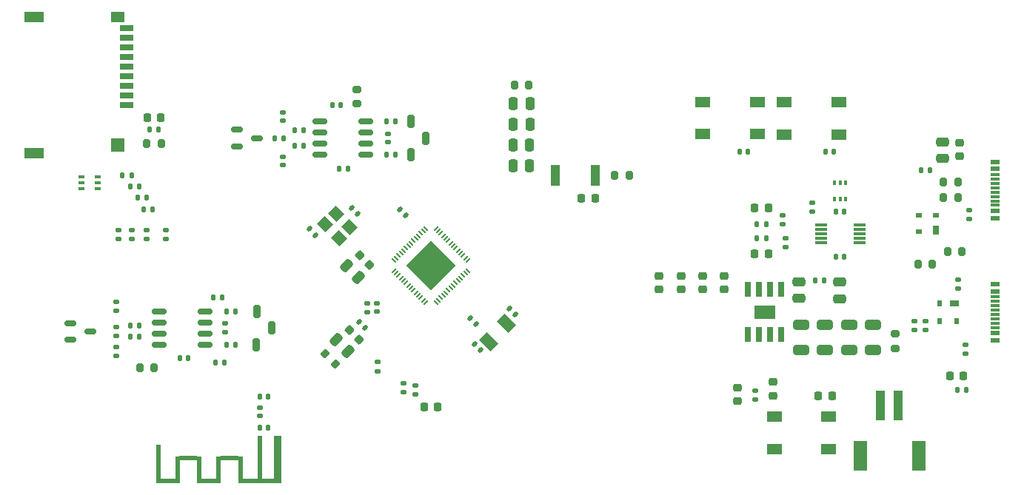
<source format=gbr>
%TF.GenerationSoftware,KiCad,Pcbnew,7.0.8*%
%TF.CreationDate,2024-02-15T12:40:34+05:30*%
%TF.ProjectId,ESP32-S3_DB,45535033-322d-4533-935f-44422e6b6963,rev?*%
%TF.SameCoordinates,Original*%
%TF.FileFunction,Paste,Top*%
%TF.FilePolarity,Positive*%
%FSLAX46Y46*%
G04 Gerber Fmt 4.6, Leading zero omitted, Abs format (unit mm)*
G04 Created by KiCad (PCBNEW 7.0.8) date 2024-02-15 12:40:34*
%MOMM*%
%LPD*%
G01*
G04 APERTURE LIST*
G04 Aperture macros list*
%AMRoundRect*
0 Rectangle with rounded corners*
0 $1 Rounding radius*
0 $2 $3 $4 $5 $6 $7 $8 $9 X,Y pos of 4 corners*
0 Add a 4 corners polygon primitive as box body*
4,1,4,$2,$3,$4,$5,$6,$7,$8,$9,$2,$3,0*
0 Add four circle primitives for the rounded corners*
1,1,$1+$1,$2,$3*
1,1,$1+$1,$4,$5*
1,1,$1+$1,$6,$7*
1,1,$1+$1,$8,$9*
0 Add four rect primitives between the rounded corners*
20,1,$1+$1,$2,$3,$4,$5,0*
20,1,$1+$1,$4,$5,$6,$7,0*
20,1,$1+$1,$6,$7,$8,$9,0*
20,1,$1+$1,$8,$9,$2,$3,0*%
%AMRotRect*
0 Rectangle, with rotation*
0 The origin of the aperture is its center*
0 $1 length*
0 $2 width*
0 $3 Rotation angle, in degrees counterclockwise*
0 Add horizontal line*
21,1,$1,$2,0,0,$3*%
G04 Aperture macros list end*
%ADD10C,0.010000*%
%ADD11RoundRect,0.135000X0.185000X-0.135000X0.185000X0.135000X-0.185000X0.135000X-0.185000X-0.135000X0*%
%ADD12RoundRect,0.140000X0.219203X0.021213X0.021213X0.219203X-0.219203X-0.021213X-0.021213X-0.219203X0*%
%ADD13R,0.650000X0.400000*%
%ADD14RoundRect,0.250000X0.250000X0.475000X-0.250000X0.475000X-0.250000X-0.475000X0.250000X-0.475000X0*%
%ADD15RoundRect,0.200000X-0.275000X0.200000X-0.275000X-0.200000X0.275000X-0.200000X0.275000X0.200000X0*%
%ADD16RoundRect,0.218750X0.256250X-0.218750X0.256250X0.218750X-0.256250X0.218750X-0.256250X-0.218750X0*%
%ADD17RoundRect,0.250000X-0.475000X0.250000X-0.475000X-0.250000X0.475000X-0.250000X0.475000X0.250000X0*%
%ADD18RoundRect,0.135000X-0.185000X0.135000X-0.185000X-0.135000X0.185000X-0.135000X0.185000X0.135000X0*%
%ADD19R,1.800000X1.200000*%
%ADD20RotRect,1.400000X1.200000X315.000000*%
%ADD21RoundRect,0.218750X-0.218750X-0.256250X0.218750X-0.256250X0.218750X0.256250X-0.218750X0.256250X0*%
%ADD22R,1.000000X0.700000*%
%ADD23R,0.600000X0.700000*%
%ADD24RoundRect,0.135000X0.135000X0.185000X-0.135000X0.185000X-0.135000X-0.185000X0.135000X-0.185000X0*%
%ADD25RoundRect,0.250000X0.650000X-0.325000X0.650000X0.325000X-0.650000X0.325000X-0.650000X-0.325000X0*%
%ADD26RoundRect,0.225000X0.335876X0.017678X0.017678X0.335876X-0.335876X-0.017678X-0.017678X-0.335876X0*%
%ADD27RoundRect,0.250000X-0.512652X-0.159099X-0.159099X-0.512652X0.512652X0.159099X0.159099X0.512652X0*%
%ADD28RoundRect,0.225000X0.225000X0.250000X-0.225000X0.250000X-0.225000X-0.250000X0.225000X-0.250000X0*%
%ADD29RoundRect,0.140000X-0.140000X-0.170000X0.140000X-0.170000X0.140000X0.170000X-0.140000X0.170000X0*%
%ADD30RoundRect,0.140000X0.170000X-0.140000X0.170000X0.140000X-0.170000X0.140000X-0.170000X-0.140000X0*%
%ADD31RoundRect,0.135000X-0.135000X-0.185000X0.135000X-0.185000X0.135000X0.185000X-0.135000X0.185000X0*%
%ADD32RoundRect,0.042000X-0.258000X0.833000X-0.258000X-0.833000X0.258000X-0.833000X0.258000X0.833000X0*%
%ADD33RoundRect,0.225000X-0.225000X-0.250000X0.225000X-0.250000X0.225000X0.250000X-0.225000X0.250000X0*%
%ADD34RoundRect,0.200000X0.200000X0.275000X-0.200000X0.275000X-0.200000X-0.275000X0.200000X-0.275000X0*%
%ADD35RoundRect,0.200000X0.200000X-0.550000X0.200000X0.550000X-0.200000X0.550000X-0.200000X-0.550000X0*%
%ADD36RoundRect,0.140000X0.140000X0.170000X-0.140000X0.170000X-0.140000X-0.170000X0.140000X-0.170000X0*%
%ADD37RoundRect,0.250000X0.475000X-0.250000X0.475000X0.250000X-0.475000X0.250000X-0.475000X-0.250000X0*%
%ADD38R,1.140000X0.600000*%
%ADD39R,1.140000X0.300000*%
%ADD40RoundRect,0.140000X-0.170000X0.140000X-0.170000X-0.140000X0.170000X-0.140000X0.170000X0.140000X0*%
%ADD41RoundRect,0.225000X0.250000X-0.225000X0.250000X0.225000X-0.250000X0.225000X-0.250000X-0.225000X0*%
%ADD42RoundRect,0.218750X-0.256250X0.218750X-0.256250X-0.218750X0.256250X-0.218750X0.256250X0.218750X0*%
%ADD43RoundRect,0.147500X0.172500X-0.147500X0.172500X0.147500X-0.172500X0.147500X-0.172500X-0.147500X0*%
%ADD44R,1.400000X0.300000*%
%ADD45RoundRect,0.225000X-0.250000X0.225000X-0.250000X-0.225000X0.250000X-0.225000X0.250000X0.225000X0*%
%ADD46R,0.420000X0.600000*%
%ADD47RoundRect,0.150000X-0.512500X-0.150000X0.512500X-0.150000X0.512500X0.150000X-0.512500X0.150000X0*%
%ADD48RoundRect,0.140000X-0.219203X-0.021213X-0.021213X-0.219203X0.219203X0.021213X0.021213X0.219203X0*%
%ADD49RoundRect,0.218750X0.218750X0.256250X-0.218750X0.256250X-0.218750X-0.256250X0.218750X-0.256250X0*%
%ADD50RoundRect,0.225000X-0.335876X-0.017678X-0.017678X-0.335876X0.335876X0.017678X0.017678X0.335876X0*%
%ADD51R,0.700000X1.000000*%
%ADD52R,0.700000X0.600000*%
%ADD53R,2.200000X1.200000*%
%ADD54R,1.500000X1.600000*%
%ADD55R,1.600000X0.700000*%
%ADD56R,1.500000X1.200000*%
%ADD57RoundRect,0.200000X0.335876X0.053033X0.053033X0.335876X-0.335876X-0.053033X-0.053033X-0.335876X0*%
%ADD58RotRect,0.660000X0.200000X45.000000*%
%ADD59RotRect,0.200000X0.660000X45.000000*%
%ADD60RotRect,4.000000X4.000000X45.000000*%
%ADD61R,0.980000X2.400000*%
%ADD62R,1.000000X3.500000*%
%ADD63R,1.500000X3.400000*%
%ADD64R,5.000000X0.500000*%
%ADD65R,0.500000X4.900000*%
%ADD66R,0.500000X0.500000*%
%ADD67R,0.500000X2.640000*%
%ADD68R,2.000000X0.500000*%
%ADD69R,2.700000X0.500000*%
%ADD70R,0.500000X3.940000*%
%ADD71R,0.900000X4.900000*%
%ADD72RotRect,1.300000X1.800000X45.000000*%
%ADD73RoundRect,0.200000X0.275000X-0.200000X0.275000X0.200000X-0.275000X0.200000X-0.275000X-0.200000X0*%
%ADD74RoundRect,0.250000X0.512652X0.159099X0.159099X0.512652X-0.512652X-0.159099X-0.159099X-0.512652X0*%
%ADD75RoundRect,0.150000X0.675000X0.150000X-0.675000X0.150000X-0.675000X-0.150000X0.675000X-0.150000X0*%
%ADD76RoundRect,0.200000X-0.200000X-0.275000X0.200000X-0.275000X0.200000X0.275000X-0.200000X0.275000X0*%
G04 APERTURE END LIST*
%TO.C,U3*%
D10*
X184165000Y-123150000D02*
X181865000Y-123150000D01*
X181865000Y-121690000D01*
X184165000Y-121690000D01*
X184165000Y-123150000D01*
G36*
X184165000Y-123150000D02*
G01*
X181865000Y-123150000D01*
X181865000Y-121690000D01*
X184165000Y-121690000D01*
X184165000Y-123150000D01*
G37*
%TD*%
D11*
%TO.C,R43*%
X185420000Y-115050000D03*
X185420000Y-114030000D03*
%TD*%
D12*
%TO.C,C11*%
X142009411Y-111369411D03*
X141330589Y-110690589D03*
%TD*%
D13*
%TO.C,D10*%
X106790000Y-108310000D03*
X106790000Y-107660000D03*
X106790000Y-107010000D03*
X104890000Y-107010000D03*
X104890000Y-107660000D03*
X104890000Y-108310000D03*
%TD*%
D14*
%TO.C,C43*%
X156190000Y-101010000D03*
X154290000Y-101010000D03*
%TD*%
D15*
%TO.C,R14*%
X136400000Y-96975000D03*
X136400000Y-98625000D03*
%TD*%
D16*
%TO.C,D8*%
X176000000Y-119887500D03*
X176000000Y-118312500D03*
%TD*%
D17*
%TO.C,C9*%
X191580000Y-119055000D03*
X191580000Y-120955000D03*
%TD*%
D18*
%TO.C,R1*%
X138760000Y-128200000D03*
X138760000Y-129220000D03*
%TD*%
D19*
%TO.C,SW1*%
X176000000Y-98405000D03*
X182200000Y-98405000D03*
X176000000Y-102105000D03*
X182200000Y-102105000D03*
%TD*%
D20*
%TO.C,Y1*%
X132821142Y-112423223D03*
X134376777Y-113978858D03*
X135578858Y-112776777D03*
X134023223Y-111221142D03*
%TD*%
D12*
%TO.C,C32*%
X154539411Y-122739411D03*
X153860589Y-122060589D03*
%TD*%
D19*
%TO.C,SW3*%
X190340000Y-138120000D03*
X184140000Y-138120000D03*
X190340000Y-134420000D03*
X184140000Y-134420000D03*
%TD*%
D16*
%TO.C,D3*%
X171000000Y-119887500D03*
X171000000Y-118312500D03*
%TD*%
D21*
%TO.C,D13*%
X181902500Y-115820000D03*
X183477500Y-115820000D03*
%TD*%
D22*
%TO.C,D11*%
X204780000Y-121490000D03*
D23*
X203080000Y-121490000D03*
X203080000Y-123490000D03*
X204980000Y-123490000D03*
%TD*%
D18*
%TO.C,R6*%
X206050000Y-126230000D03*
X206050000Y-127250000D03*
%TD*%
D24*
%TO.C,R31*%
X122560000Y-122370000D03*
X121540000Y-122370000D03*
%TD*%
D18*
%TO.C,R10*%
X181930000Y-131460000D03*
X181930000Y-132480000D03*
%TD*%
D12*
%TO.C,C31*%
X150539411Y-126839411D03*
X149860589Y-126160589D03*
%TD*%
D25*
%TO.C,C39*%
X195410000Y-126840000D03*
X195410000Y-123890000D03*
%TD*%
D11*
%TO.C,R54*%
X110640000Y-114100000D03*
X110640000Y-113080000D03*
%TD*%
D26*
%TO.C,C14*%
X137848008Y-117048008D03*
X136751992Y-115951992D03*
%TD*%
D27*
%TO.C,C2*%
X134028249Y-125648249D03*
X135371751Y-126991751D03*
%TD*%
D11*
%TO.C,R21*%
X141740000Y-131600000D03*
X141740000Y-130580000D03*
%TD*%
D28*
%TO.C,C16*%
X163645000Y-109460000D03*
X162095000Y-109460000D03*
%TD*%
D29*
%TO.C,C25*%
X127040000Y-102550000D03*
X128000000Y-102550000D03*
%TD*%
D30*
%TO.C,C24*%
X139960000Y-103030000D03*
X139960000Y-102070000D03*
%TD*%
D31*
%TO.C,R40*%
X111390000Y-109370000D03*
X112410000Y-109370000D03*
%TD*%
D32*
%TO.C,U3*%
X184920000Y-119835000D03*
X183650000Y-119835000D03*
X182380000Y-119835000D03*
X181110000Y-119835000D03*
X181110000Y-125005000D03*
X182380000Y-125005000D03*
X183650000Y-125005000D03*
X184920000Y-125005000D03*
%TD*%
D33*
%TO.C,C29*%
X112445000Y-100180000D03*
X113995000Y-100180000D03*
%TD*%
D31*
%TO.C,R9*%
X188830000Y-118865000D03*
X189850000Y-118865000D03*
%TD*%
D11*
%TO.C,R27*%
X108940000Y-122325000D03*
X108940000Y-121305000D03*
%TD*%
D31*
%TO.C,R38*%
X139770000Y-100645000D03*
X140790000Y-100645000D03*
%TD*%
D11*
%TO.C,R7*%
X205140000Y-119810000D03*
X205140000Y-118790000D03*
%TD*%
D31*
%TO.C,R11*%
X109620000Y-106810000D03*
X110640000Y-106810000D03*
%TD*%
D24*
%TO.C,R39*%
X206110000Y-131400000D03*
X205090000Y-131400000D03*
%TD*%
D18*
%TO.C,R50*%
X201420000Y-123500000D03*
X201420000Y-124520000D03*
%TD*%
D29*
%TO.C,C5*%
X125320000Y-135700000D03*
X126280000Y-135700000D03*
%TD*%
D34*
%TO.C,R15*%
X202235000Y-117010000D03*
X200585000Y-117010000D03*
%TD*%
D29*
%TO.C,C7*%
X125320000Y-132100000D03*
X126280000Y-132100000D03*
%TD*%
D24*
%TO.C,R24*%
X111510000Y-124000000D03*
X110490000Y-124000000D03*
%TD*%
%TO.C,R5*%
X201980000Y-106270000D03*
X200960000Y-106270000D03*
%TD*%
D35*
%TO.C,TP4*%
X142620000Y-100645000D03*
%TD*%
D36*
%TO.C,C20*%
X192140000Y-110970000D03*
X191180000Y-110970000D03*
%TD*%
D29*
%TO.C,C22*%
X116170000Y-127715000D03*
X117130000Y-127715000D03*
%TD*%
D25*
%TO.C,C37*%
X189960000Y-126840000D03*
X189960000Y-123890000D03*
%TD*%
D18*
%TO.C,R4*%
X206400000Y-110770000D03*
X206400000Y-111790000D03*
%TD*%
D35*
%TO.C,TP5*%
X126700000Y-124275000D03*
%TD*%
D18*
%TO.C,R51*%
X109120000Y-113090000D03*
X109120000Y-114110000D03*
%TD*%
D37*
%TO.C,C40*%
X203410000Y-104880000D03*
X203410000Y-102980000D03*
%TD*%
D18*
%TO.C,R29*%
X121340000Y-123765000D03*
X121340000Y-124785000D03*
%TD*%
%TO.C,R20*%
X188510000Y-109920000D03*
X188510000Y-110940000D03*
%TD*%
D31*
%TO.C,R41*%
X110470000Y-108060000D03*
X111490000Y-108060000D03*
%TD*%
D11*
%TO.C,R28*%
X108930000Y-127455000D03*
X108930000Y-126435000D03*
%TD*%
D38*
%TO.C,J1*%
X209395000Y-111700000D03*
X209395000Y-110900000D03*
D39*
X209395000Y-109750000D03*
X209395000Y-108750000D03*
X209395000Y-108250000D03*
X209395000Y-107250000D03*
D38*
X209395000Y-105300000D03*
X209395000Y-106100000D03*
D39*
X209395000Y-106750000D03*
X209395000Y-107750000D03*
X209395000Y-109250000D03*
X209395000Y-110250000D03*
%TD*%
D31*
%TO.C,R35*%
X129270000Y-103435000D03*
X130290000Y-103435000D03*
%TD*%
D40*
%TO.C,C8*%
X138700000Y-121470000D03*
X138700000Y-122430000D03*
%TD*%
D31*
%TO.C,R37*%
X139780000Y-104455000D03*
X140800000Y-104455000D03*
%TD*%
D41*
%TO.C,C41*%
X205350000Y-104615000D03*
X205350000Y-103065000D03*
%TD*%
D42*
%TO.C,D9*%
X178400000Y-118322500D03*
X178400000Y-119897500D03*
%TD*%
D43*
%TO.C,L2*%
X125320000Y-134365000D03*
X125320000Y-133395000D03*
%TD*%
D24*
%TO.C,R25*%
X111510000Y-125270000D03*
X110490000Y-125270000D03*
%TD*%
D11*
%TO.C,R55*%
X143110000Y-131910000D03*
X143110000Y-130890000D03*
%TD*%
D34*
%TO.C,R22*%
X167545000Y-106840000D03*
X165895000Y-106840000D03*
%TD*%
D44*
%TO.C,U4*%
X193930000Y-114530000D03*
X193930000Y-114030000D03*
X193930000Y-113530000D03*
X193930000Y-113030000D03*
X193930000Y-112530000D03*
X189530000Y-112530000D03*
X189530000Y-113030000D03*
X189530000Y-113530000D03*
X189530000Y-114030000D03*
X189530000Y-114530000D03*
%TD*%
D25*
%TO.C,C1*%
X187250000Y-126840000D03*
X187250000Y-123890000D03*
%TD*%
D31*
%TO.C,R42*%
X112030000Y-110690000D03*
X113050000Y-110690000D03*
%TD*%
D34*
%TO.C,R13*%
X113230000Y-128855000D03*
X111580000Y-128855000D03*
%TD*%
%TO.C,R23*%
X156075000Y-96490000D03*
X154425000Y-96490000D03*
%TD*%
D24*
%TO.C,R45*%
X183200000Y-112440000D03*
X182180000Y-112440000D03*
%TD*%
D28*
%TO.C,C28*%
X190735000Y-132040000D03*
X189185000Y-132040000D03*
%TD*%
D14*
%TO.C,C42*%
X156180000Y-103390000D03*
X154280000Y-103390000D03*
%TD*%
D43*
%TO.C,L3*%
X137570000Y-122455000D03*
X137570000Y-121485000D03*
%TD*%
D17*
%TO.C,C10*%
X187000000Y-119015000D03*
X187000000Y-120915000D03*
%TD*%
D24*
%TO.C,R46*%
X183200000Y-114030000D03*
X182180000Y-114030000D03*
%TD*%
D35*
%TO.C,TP3*%
X142620000Y-104455000D03*
%TD*%
D25*
%TO.C,C38*%
X192700000Y-126840000D03*
X192700000Y-123890000D03*
%TD*%
D45*
%TO.C,C36*%
X179900000Y-131125000D03*
X179900000Y-132675000D03*
%TD*%
D12*
%TO.C,C12*%
X136539411Y-111239411D03*
X135860589Y-110560589D03*
%TD*%
D29*
%TO.C,C30*%
X112740000Y-101550000D03*
X113700000Y-101550000D03*
%TD*%
D36*
%TO.C,C19*%
X192140000Y-116170000D03*
X191180000Y-116170000D03*
%TD*%
%TO.C,C21*%
X190940000Y-104090000D03*
X189980000Y-104090000D03*
%TD*%
D42*
%TO.C,L4*%
X183970000Y-130452500D03*
X183970000Y-132027500D03*
%TD*%
D35*
%TO.C,TP2*%
X124980000Y-122370000D03*
%TD*%
D46*
%TO.C,U2*%
X192320000Y-107630000D03*
X191670000Y-107630000D03*
X191020000Y-107630000D03*
X191020000Y-109530000D03*
X191670000Y-109530000D03*
X192320000Y-109530000D03*
%TD*%
D47*
%TO.C,D6*%
X103662500Y-123750000D03*
X103662500Y-125650000D03*
X105937500Y-124700000D03*
%TD*%
D48*
%TO.C,C6*%
X136640589Y-123600589D03*
X137319411Y-124279411D03*
%TD*%
D49*
%TO.C,D1*%
X205787500Y-129800000D03*
X204212500Y-129800000D03*
%TD*%
D34*
%TO.C,R47*%
X205145000Y-107560000D03*
X203495000Y-107560000D03*
%TD*%
D21*
%TO.C,D12*%
X181902500Y-110510000D03*
X183477500Y-110510000D03*
%TD*%
D31*
%TO.C,R34*%
X134410000Y-106050000D03*
X135430000Y-106050000D03*
%TD*%
D50*
%TO.C,C3*%
X135541992Y-124511992D03*
X136638008Y-125608008D03*
%TD*%
D51*
%TO.C,D2*%
X202640000Y-113090000D03*
D52*
X202640000Y-111390000D03*
X200640000Y-111390000D03*
X200640000Y-113290000D03*
%TD*%
D12*
%TO.C,C15*%
X131639411Y-113639411D03*
X130960589Y-112960589D03*
%TD*%
D42*
%TO.C,D7*%
X173500000Y-118312500D03*
X173500000Y-119887500D03*
%TD*%
D47*
%TO.C,D4*%
X122692500Y-101600000D03*
X122692500Y-103500000D03*
X124967500Y-102550000D03*
%TD*%
D53*
%TO.C,J8*%
X99500000Y-88700000D03*
D54*
X109100000Y-103350000D03*
D53*
X99500000Y-104300000D03*
D55*
X110100000Y-98750000D03*
X110100000Y-97650000D03*
X110100000Y-96550000D03*
X110100000Y-95450000D03*
X110100000Y-94350000D03*
X110100000Y-93250000D03*
X110100000Y-92150000D03*
X110100000Y-91050000D03*
X110100000Y-89950000D03*
D56*
X109100000Y-88700000D03*
%TD*%
D34*
%TO.C,R12*%
X114045000Y-103150000D03*
X112395000Y-103150000D03*
%TD*%
D14*
%TO.C,C44*%
X156200000Y-98600000D03*
X154300000Y-98600000D03*
%TD*%
D57*
%TO.C,R17*%
X133973363Y-128393363D03*
X132806637Y-127226637D03*
%TD*%
D19*
%TO.C,SW2*%
X185300000Y-98435000D03*
X191500000Y-98435000D03*
X185300000Y-102135000D03*
X191500000Y-102135000D03*
%TD*%
D58*
%TO.C,U1*%
X140622830Y-117705197D03*
X140905673Y-117988040D03*
X141188516Y-118270883D03*
X141471358Y-118553726D03*
X141754201Y-118836568D03*
X142037044Y-119119411D03*
X142319887Y-119402254D03*
X142602729Y-119685096D03*
X142885572Y-119967939D03*
X143168415Y-120250782D03*
X143451257Y-120533625D03*
X143734100Y-120816467D03*
X144016943Y-121099310D03*
X144299786Y-121382153D03*
D59*
X145445298Y-121382153D03*
X145728141Y-121099310D03*
X146010984Y-120816467D03*
X146293827Y-120533625D03*
X146576669Y-120250782D03*
X146859512Y-119967939D03*
X147142355Y-119685096D03*
X147425197Y-119402254D03*
X147708040Y-119119411D03*
X147990883Y-118836568D03*
X148273726Y-118553726D03*
X148556568Y-118270883D03*
X148839411Y-117988040D03*
X149122254Y-117705197D03*
D58*
X149122254Y-116559685D03*
X148839411Y-116276842D03*
X148556568Y-115993999D03*
X148273726Y-115711156D03*
X147990883Y-115428314D03*
X147708040Y-115145471D03*
X147425197Y-114862628D03*
X147142355Y-114579786D03*
X146859512Y-114296943D03*
X146576669Y-114014100D03*
X146293827Y-113731257D03*
X146010984Y-113448415D03*
X145728141Y-113165572D03*
X145445298Y-112882729D03*
D59*
X144299786Y-112882729D03*
X144016943Y-113165572D03*
X143734100Y-113448415D03*
X143451257Y-113731257D03*
X143168415Y-114014100D03*
X142885572Y-114296943D03*
X142602729Y-114579786D03*
X142319887Y-114862628D03*
X142037044Y-115145471D03*
X141754201Y-115428314D03*
X141471358Y-115711156D03*
X141188516Y-115993999D03*
X140905673Y-116276842D03*
X140622830Y-116559685D03*
D60*
X144872542Y-117132441D03*
%TD*%
D61*
%TO.C,U5*%
X159100000Y-106840000D03*
X163660000Y-106840000D03*
%TD*%
D62*
%TO.C,CN1*%
X196310000Y-133180000D03*
X198310000Y-133180000D03*
D63*
X200660000Y-138930000D03*
X193960000Y-138930000D03*
%TD*%
D24*
%TO.C,R36*%
X130290000Y-101665000D03*
X129270000Y-101665000D03*
%TD*%
D64*
%TO.C,AE1*%
X125350000Y-141800000D03*
D65*
X125300000Y-139100000D03*
D66*
X125300000Y-136900000D03*
D67*
X123100000Y-140230000D03*
D68*
X121850000Y-139160000D03*
D67*
X120600000Y-140230000D03*
D69*
X119500000Y-141800000D03*
D67*
X118400000Y-140230000D03*
D68*
X117150000Y-139160000D03*
D67*
X115900000Y-140230000D03*
D69*
X114800000Y-141800000D03*
D70*
X113700000Y-139580000D03*
D71*
X127400000Y-139100000D03*
%TD*%
D18*
%TO.C,R44*%
X185070000Y-111400000D03*
X185070000Y-112420000D03*
%TD*%
D34*
%TO.C,R48*%
X205135000Y-109380000D03*
X203485000Y-109380000D03*
%TD*%
D24*
%TO.C,R32*%
X121240000Y-128265000D03*
X120220000Y-128265000D03*
%TD*%
D38*
%TO.C,J4*%
X209395000Y-125690000D03*
X209395000Y-124890000D03*
D39*
X209395000Y-123740000D03*
X209395000Y-122740000D03*
X209395000Y-122240000D03*
X209395000Y-121240000D03*
D38*
X209395000Y-119290000D03*
X209395000Y-120090000D03*
D39*
X209395000Y-120740000D03*
X209395000Y-121740000D03*
X209395000Y-123240000D03*
X209395000Y-124240000D03*
%TD*%
D24*
%TO.C,R33*%
X121040000Y-120765000D03*
X120020000Y-120765000D03*
%TD*%
D72*
%TO.C,X1*%
X151467624Y-125832376D03*
X153532376Y-123767624D03*
%TD*%
D35*
%TO.C,TP6*%
X144320000Y-102550000D03*
%TD*%
D73*
%TO.C,R16*%
X197940000Y-126625000D03*
X197940000Y-124975000D03*
%TD*%
D74*
%TO.C,C13*%
X136571751Y-118471751D03*
X135228249Y-117128249D03*
%TD*%
D29*
%TO.C,C23*%
X133590000Y-98800000D03*
X134550000Y-98800000D03*
%TD*%
D49*
%TO.C,D5*%
X145657500Y-133330000D03*
X144082500Y-133330000D03*
%TD*%
D18*
%TO.C,R53*%
X112410000Y-113090000D03*
X112410000Y-114110000D03*
%TD*%
D11*
%TO.C,R52*%
X114560000Y-114089999D03*
X114560000Y-113069999D03*
%TD*%
D48*
%TO.C,C4*%
X149340589Y-123200589D03*
X150019411Y-123879411D03*
%TD*%
D36*
%TO.C,C18*%
X181140000Y-104080000D03*
X180180000Y-104080000D03*
%TD*%
D24*
%TO.C,R30*%
X122560000Y-126180000D03*
X121540000Y-126180000D03*
%TD*%
D75*
%TO.C,U6*%
X119025000Y-126180000D03*
X119025000Y-124910000D03*
X119025000Y-123640000D03*
X119025000Y-122370000D03*
X113775000Y-122370000D03*
X113775000Y-123640000D03*
X113775000Y-124910000D03*
X113775000Y-126180000D03*
%TD*%
D35*
%TO.C,TP1*%
X124900000Y-126180000D03*
%TD*%
D14*
%TO.C,C17*%
X156180000Y-105730000D03*
X154280000Y-105730000D03*
%TD*%
D40*
%TO.C,C26*%
X127970000Y-104675000D03*
X127970000Y-105635000D03*
%TD*%
D18*
%TO.C,R49*%
X200150000Y-123510000D03*
X200150000Y-124530000D03*
%TD*%
D40*
%TO.C,C27*%
X127970000Y-99605000D03*
X127970000Y-100565000D03*
%TD*%
D76*
%TO.C,R8*%
X203955000Y-115560000D03*
X205605000Y-115560000D03*
%TD*%
D75*
%TO.C,U7*%
X137455000Y-104455000D03*
X137455000Y-103185000D03*
X137455000Y-101915000D03*
X137455000Y-100645000D03*
X132205000Y-100645000D03*
X132205000Y-101915000D03*
X132205000Y-103185000D03*
X132205000Y-104455000D03*
%TD*%
D11*
%TO.C,R26*%
X108940000Y-125210000D03*
X108940000Y-124190000D03*
%TD*%
M02*

</source>
